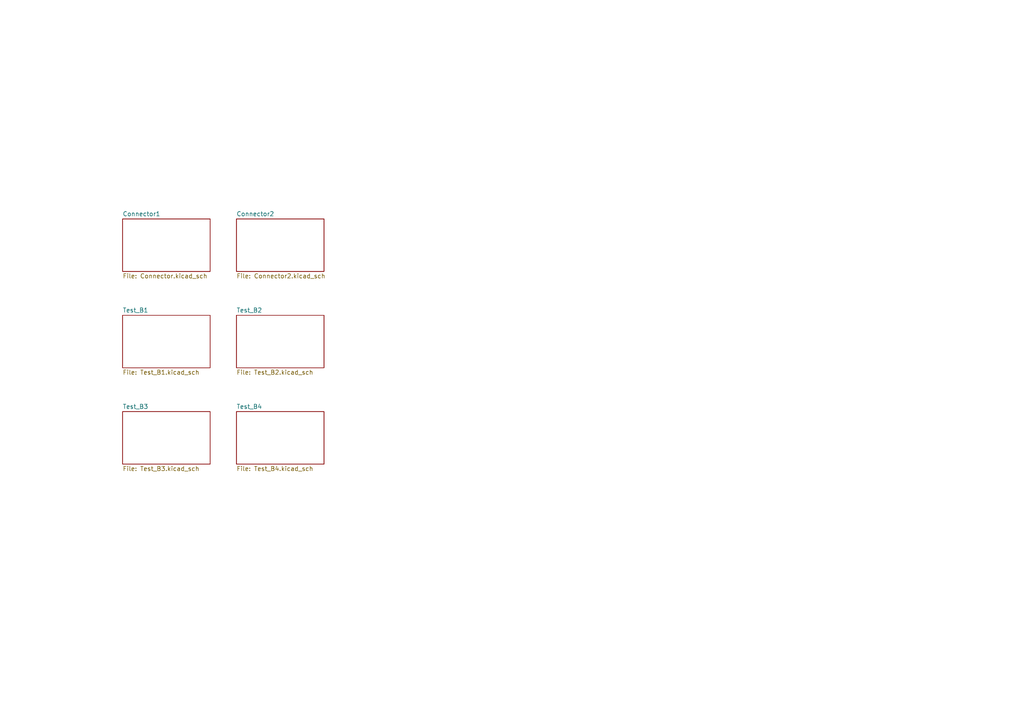
<source format=kicad_sch>
(kicad_sch
	(version 20231120)
	(generator "eeschema")
	(generator_version "8.0")
	(uuid "850c0667-07a1-4e76-ae5f-fa993a9f1707")
	(paper "A4")
	(lib_symbols)
	(sheet
		(at 35.56 91.44)
		(size 25.4 15.24)
		(fields_autoplaced yes)
		(stroke
			(width 0.1524)
			(type solid)
		)
		(fill
			(color 0 0 0 0.0000)
		)
		(uuid "378b7103-7f91-439f-b5c6-b23d7af893b0")
		(property "Sheetname" "Test_B1"
			(at 35.56 90.7284 0)
			(effects
				(font
					(size 1.27 1.27)
				)
				(justify left bottom)
			)
		)
		(property "Sheetfile" "Test_B1.kicad_sch"
			(at 35.56 107.2646 0)
			(effects
				(font
					(size 1.27 1.27)
				)
				(justify left top)
			)
		)
		(instances
			(project "Artix_SOM_test"
				(path "/850c0667-07a1-4e76-ae5f-fa993a9f1707"
					(page "4")
				)
			)
		)
	)
	(sheet
		(at 68.58 119.38)
		(size 25.4 15.24)
		(fields_autoplaced yes)
		(stroke
			(width 0.1524)
			(type solid)
		)
		(fill
			(color 0 0 0 0.0000)
		)
		(uuid "3ed4869e-2713-443e-a8e5-93b174034aa6")
		(property "Sheetname" "Test_B4"
			(at 68.58 118.6684 0)
			(effects
				(font
					(size 1.27 1.27)
				)
				(justify left bottom)
			)
		)
		(property "Sheetfile" "Test_B4.kicad_sch"
			(at 68.58 135.2046 0)
			(effects
				(font
					(size 1.27 1.27)
				)
				(justify left top)
			)
		)
		(instances
			(project "Artix_SOM_test"
				(path "/850c0667-07a1-4e76-ae5f-fa993a9f1707"
					(page "7")
				)
			)
		)
	)
	(sheet
		(at 35.56 63.5)
		(size 25.4 15.24)
		(fields_autoplaced yes)
		(stroke
			(width 0.1524)
			(type solid)
		)
		(fill
			(color 0 0 0 0.0000)
		)
		(uuid "8d5f8730-6ad4-4b53-a9a8-f09b304b689f")
		(property "Sheetname" "Connector1"
			(at 35.56 62.7884 0)
			(effects
				(font
					(size 1.27 1.27)
				)
				(justify left bottom)
			)
		)
		(property "Sheetfile" "Connector.kicad_sch"
			(at 35.56 79.3246 0)
			(effects
				(font
					(size 1.27 1.27)
				)
				(justify left top)
			)
		)
		(instances
			(project "Artix_SOM_test"
				(path "/850c0667-07a1-4e76-ae5f-fa993a9f1707"
					(page "2")
				)
			)
		)
	)
	(sheet
		(at 35.56 119.38)
		(size 25.4 15.24)
		(fields_autoplaced yes)
		(stroke
			(width 0.1524)
			(type solid)
		)
		(fill
			(color 0 0 0 0.0000)
		)
		(uuid "9c583fdf-73ab-4ea0-9807-d5a2367303f7")
		(property "Sheetname" "Test_B3"
			(at 35.56 118.6684 0)
			(effects
				(font
					(size 1.27 1.27)
				)
				(justify left bottom)
			)
		)
		(property "Sheetfile" "Test_B3.kicad_sch"
			(at 35.56 135.2046 0)
			(effects
				(font
					(size 1.27 1.27)
				)
				(justify left top)
			)
		)
		(instances
			(project "Artix_SOM_test"
				(path "/850c0667-07a1-4e76-ae5f-fa993a9f1707"
					(page "6")
				)
			)
		)
	)
	(sheet
		(at 68.58 63.5)
		(size 25.4 15.24)
		(fields_autoplaced yes)
		(stroke
			(width 0.1524)
			(type solid)
		)
		(fill
			(color 0 0 0 0.0000)
		)
		(uuid "e9edbec8-a696-4019-930f-83caa81d1e08")
		(property "Sheetname" "Connector2"
			(at 68.58 62.7884 0)
			(effects
				(font
					(size 1.27 1.27)
				)
				(justify left bottom)
			)
		)
		(property "Sheetfile" "Connector2.kicad_sch"
			(at 68.58 79.3246 0)
			(effects
				(font
					(size 1.27 1.27)
				)
				(justify left top)
			)
		)
		(instances
			(project "Artix_SOM_test"
				(path "/850c0667-07a1-4e76-ae5f-fa993a9f1707"
					(page "3")
				)
			)
		)
	)
	(sheet
		(at 68.58 91.44)
		(size 25.4 15.24)
		(fields_autoplaced yes)
		(stroke
			(width 0.1524)
			(type solid)
		)
		(fill
			(color 0 0 0 0.0000)
		)
		(uuid "ef0b3a34-b0fa-41a0-a38c-0776160891df")
		(property "Sheetname" "Test_B2"
			(at 68.58 90.7284 0)
			(effects
				(font
					(size 1.27 1.27)
				)
				(justify left bottom)
			)
		)
		(property "Sheetfile" "Test_B2.kicad_sch"
			(at 68.58 107.2646 0)
			(effects
				(font
					(size 1.27 1.27)
				)
				(justify left top)
			)
		)
		(instances
			(project "Artix_SOM_test"
				(path "/850c0667-07a1-4e76-ae5f-fa993a9f1707"
					(page "5")
				)
			)
		)
	)
	(sheet_instances
		(path "/"
			(page "1")
		)
	)
)

</source>
